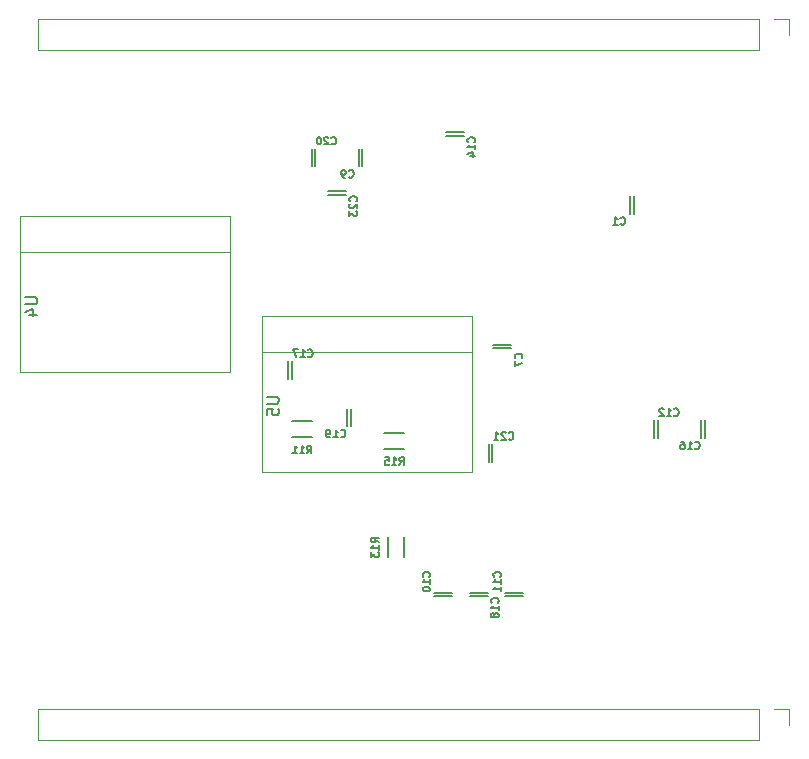
<source format=gbr>
%TF.GenerationSoftware,KiCad,Pcbnew,8.0.2*%
%TF.CreationDate,2024-09-30T18:20:34+03:00*%
%TF.ProjectId,board,626f6172-642e-46b6-9963-61645f706362,rev?*%
%TF.SameCoordinates,Original*%
%TF.FileFunction,Legend,Bot*%
%TF.FilePolarity,Positive*%
%FSLAX46Y46*%
G04 Gerber Fmt 4.6, Leading zero omitted, Abs format (unit mm)*
G04 Created by KiCad (PCBNEW 8.0.2) date 2024-09-30 18:20:34*
%MOMM*%
%LPD*%
G01*
G04 APERTURE LIST*
%ADD10C,0.150000*%
%ADD11C,0.120000*%
%ADD12C,0.100000*%
G04 APERTURE END LIST*
D10*
X155630997Y-101692142D02*
X155661950Y-101661190D01*
X155661950Y-101661190D02*
X155692902Y-101568332D01*
X155692902Y-101568332D02*
X155692902Y-101506428D01*
X155692902Y-101506428D02*
X155661950Y-101413571D01*
X155661950Y-101413571D02*
X155600045Y-101351666D01*
X155600045Y-101351666D02*
X155538140Y-101320713D01*
X155538140Y-101320713D02*
X155414330Y-101289761D01*
X155414330Y-101289761D02*
X155321473Y-101289761D01*
X155321473Y-101289761D02*
X155197664Y-101320713D01*
X155197664Y-101320713D02*
X155135759Y-101351666D01*
X155135759Y-101351666D02*
X155073854Y-101413571D01*
X155073854Y-101413571D02*
X155042902Y-101506428D01*
X155042902Y-101506428D02*
X155042902Y-101568332D01*
X155042902Y-101568332D02*
X155073854Y-101661190D01*
X155073854Y-101661190D02*
X155104807Y-101692142D01*
X155692902Y-102311190D02*
X155692902Y-101939761D01*
X155692902Y-102125475D02*
X155042902Y-102125475D01*
X155042902Y-102125475D02*
X155135759Y-102063571D01*
X155135759Y-102063571D02*
X155197664Y-102001666D01*
X155197664Y-102001666D02*
X155228616Y-101939761D01*
X155321473Y-102682619D02*
X155290521Y-102620714D01*
X155290521Y-102620714D02*
X155259569Y-102589761D01*
X155259569Y-102589761D02*
X155197664Y-102558809D01*
X155197664Y-102558809D02*
X155166711Y-102558809D01*
X155166711Y-102558809D02*
X155104807Y-102589761D01*
X155104807Y-102589761D02*
X155073854Y-102620714D01*
X155073854Y-102620714D02*
X155042902Y-102682619D01*
X155042902Y-102682619D02*
X155042902Y-102806428D01*
X155042902Y-102806428D02*
X155073854Y-102868333D01*
X155073854Y-102868333D02*
X155104807Y-102899285D01*
X155104807Y-102899285D02*
X155166711Y-102930238D01*
X155166711Y-102930238D02*
X155197664Y-102930238D01*
X155197664Y-102930238D02*
X155259569Y-102899285D01*
X155259569Y-102899285D02*
X155290521Y-102868333D01*
X155290521Y-102868333D02*
X155321473Y-102806428D01*
X155321473Y-102806428D02*
X155321473Y-102682619D01*
X155321473Y-102682619D02*
X155352426Y-102620714D01*
X155352426Y-102620714D02*
X155383378Y-102589761D01*
X155383378Y-102589761D02*
X155445283Y-102558809D01*
X155445283Y-102558809D02*
X155569092Y-102558809D01*
X155569092Y-102558809D02*
X155630997Y-102589761D01*
X155630997Y-102589761D02*
X155661950Y-102620714D01*
X155661950Y-102620714D02*
X155692902Y-102682619D01*
X155692902Y-102682619D02*
X155692902Y-102806428D01*
X155692902Y-102806428D02*
X155661950Y-102868333D01*
X155661950Y-102868333D02*
X155630997Y-102899285D01*
X155630997Y-102899285D02*
X155569092Y-102930238D01*
X155569092Y-102930238D02*
X155445283Y-102930238D01*
X155445283Y-102930238D02*
X155383378Y-102899285D01*
X155383378Y-102899285D02*
X155352426Y-102868333D01*
X155352426Y-102868333D02*
X155321473Y-102806428D01*
X139527857Y-80830997D02*
X139558809Y-80861950D01*
X139558809Y-80861950D02*
X139651667Y-80892902D01*
X139651667Y-80892902D02*
X139713571Y-80892902D01*
X139713571Y-80892902D02*
X139806428Y-80861950D01*
X139806428Y-80861950D02*
X139868333Y-80800045D01*
X139868333Y-80800045D02*
X139899286Y-80738140D01*
X139899286Y-80738140D02*
X139930238Y-80614330D01*
X139930238Y-80614330D02*
X139930238Y-80521473D01*
X139930238Y-80521473D02*
X139899286Y-80397664D01*
X139899286Y-80397664D02*
X139868333Y-80335759D01*
X139868333Y-80335759D02*
X139806428Y-80273854D01*
X139806428Y-80273854D02*
X139713571Y-80242902D01*
X139713571Y-80242902D02*
X139651667Y-80242902D01*
X139651667Y-80242902D02*
X139558809Y-80273854D01*
X139558809Y-80273854D02*
X139527857Y-80304807D01*
X138908809Y-80892902D02*
X139280238Y-80892902D01*
X139094524Y-80892902D02*
X139094524Y-80242902D01*
X139094524Y-80242902D02*
X139156428Y-80335759D01*
X139156428Y-80335759D02*
X139218333Y-80397664D01*
X139218333Y-80397664D02*
X139280238Y-80428616D01*
X138692142Y-80242902D02*
X138258809Y-80242902D01*
X138258809Y-80242902D02*
X138537380Y-80892902D01*
X142998333Y-65630997D02*
X143029285Y-65661950D01*
X143029285Y-65661950D02*
X143122143Y-65692902D01*
X143122143Y-65692902D02*
X143184047Y-65692902D01*
X143184047Y-65692902D02*
X143276904Y-65661950D01*
X143276904Y-65661950D02*
X143338809Y-65600045D01*
X143338809Y-65600045D02*
X143369762Y-65538140D01*
X143369762Y-65538140D02*
X143400714Y-65414330D01*
X143400714Y-65414330D02*
X143400714Y-65321473D01*
X143400714Y-65321473D02*
X143369762Y-65197664D01*
X143369762Y-65197664D02*
X143338809Y-65135759D01*
X143338809Y-65135759D02*
X143276904Y-65073854D01*
X143276904Y-65073854D02*
X143184047Y-65042902D01*
X143184047Y-65042902D02*
X143122143Y-65042902D01*
X143122143Y-65042902D02*
X143029285Y-65073854D01*
X143029285Y-65073854D02*
X142998333Y-65104807D01*
X142688809Y-65692902D02*
X142565000Y-65692902D01*
X142565000Y-65692902D02*
X142503095Y-65661950D01*
X142503095Y-65661950D02*
X142472143Y-65630997D01*
X142472143Y-65630997D02*
X142410238Y-65538140D01*
X142410238Y-65538140D02*
X142379285Y-65414330D01*
X142379285Y-65414330D02*
X142379285Y-65166711D01*
X142379285Y-65166711D02*
X142410238Y-65104807D01*
X142410238Y-65104807D02*
X142441190Y-65073854D01*
X142441190Y-65073854D02*
X142503095Y-65042902D01*
X142503095Y-65042902D02*
X142626904Y-65042902D01*
X142626904Y-65042902D02*
X142688809Y-65073854D01*
X142688809Y-65073854D02*
X142719762Y-65104807D01*
X142719762Y-65104807D02*
X142750714Y-65166711D01*
X142750714Y-65166711D02*
X142750714Y-65321473D01*
X142750714Y-65321473D02*
X142719762Y-65383378D01*
X142719762Y-65383378D02*
X142688809Y-65414330D01*
X142688809Y-65414330D02*
X142626904Y-65445283D01*
X142626904Y-65445283D02*
X142503095Y-65445283D01*
X142503095Y-65445283D02*
X142441190Y-65414330D01*
X142441190Y-65414330D02*
X142410238Y-65383378D01*
X142410238Y-65383378D02*
X142379285Y-65321473D01*
X153630997Y-62692142D02*
X153661950Y-62661190D01*
X153661950Y-62661190D02*
X153692902Y-62568332D01*
X153692902Y-62568332D02*
X153692902Y-62506428D01*
X153692902Y-62506428D02*
X153661950Y-62413571D01*
X153661950Y-62413571D02*
X153600045Y-62351666D01*
X153600045Y-62351666D02*
X153538140Y-62320713D01*
X153538140Y-62320713D02*
X153414330Y-62289761D01*
X153414330Y-62289761D02*
X153321473Y-62289761D01*
X153321473Y-62289761D02*
X153197664Y-62320713D01*
X153197664Y-62320713D02*
X153135759Y-62351666D01*
X153135759Y-62351666D02*
X153073854Y-62413571D01*
X153073854Y-62413571D02*
X153042902Y-62506428D01*
X153042902Y-62506428D02*
X153042902Y-62568332D01*
X153042902Y-62568332D02*
X153073854Y-62661190D01*
X153073854Y-62661190D02*
X153104807Y-62692142D01*
X153692902Y-63311190D02*
X153692902Y-62939761D01*
X153692902Y-63125475D02*
X153042902Y-63125475D01*
X153042902Y-63125475D02*
X153135759Y-63063571D01*
X153135759Y-63063571D02*
X153197664Y-63001666D01*
X153197664Y-63001666D02*
X153228616Y-62939761D01*
X153259569Y-63868333D02*
X153692902Y-63868333D01*
X153011950Y-63713571D02*
X153476235Y-63558809D01*
X153476235Y-63558809D02*
X153476235Y-63961190D01*
X157630997Y-81001666D02*
X157661950Y-80970714D01*
X157661950Y-80970714D02*
X157692902Y-80877856D01*
X157692902Y-80877856D02*
X157692902Y-80815952D01*
X157692902Y-80815952D02*
X157661950Y-80723095D01*
X157661950Y-80723095D02*
X157600045Y-80661190D01*
X157600045Y-80661190D02*
X157538140Y-80630237D01*
X157538140Y-80630237D02*
X157414330Y-80599285D01*
X157414330Y-80599285D02*
X157321473Y-80599285D01*
X157321473Y-80599285D02*
X157197664Y-80630237D01*
X157197664Y-80630237D02*
X157135759Y-80661190D01*
X157135759Y-80661190D02*
X157073854Y-80723095D01*
X157073854Y-80723095D02*
X157042902Y-80815952D01*
X157042902Y-80815952D02*
X157042902Y-80877856D01*
X157042902Y-80877856D02*
X157073854Y-80970714D01*
X157073854Y-80970714D02*
X157104807Y-81001666D01*
X157042902Y-81218333D02*
X157042902Y-81651666D01*
X157042902Y-81651666D02*
X157692902Y-81373095D01*
X155830997Y-99472142D02*
X155861950Y-99441190D01*
X155861950Y-99441190D02*
X155892902Y-99348332D01*
X155892902Y-99348332D02*
X155892902Y-99286428D01*
X155892902Y-99286428D02*
X155861950Y-99193571D01*
X155861950Y-99193571D02*
X155800045Y-99131666D01*
X155800045Y-99131666D02*
X155738140Y-99100713D01*
X155738140Y-99100713D02*
X155614330Y-99069761D01*
X155614330Y-99069761D02*
X155521473Y-99069761D01*
X155521473Y-99069761D02*
X155397664Y-99100713D01*
X155397664Y-99100713D02*
X155335759Y-99131666D01*
X155335759Y-99131666D02*
X155273854Y-99193571D01*
X155273854Y-99193571D02*
X155242902Y-99286428D01*
X155242902Y-99286428D02*
X155242902Y-99348332D01*
X155242902Y-99348332D02*
X155273854Y-99441190D01*
X155273854Y-99441190D02*
X155304807Y-99472142D01*
X155892902Y-100091190D02*
X155892902Y-99719761D01*
X155892902Y-99905475D02*
X155242902Y-99905475D01*
X155242902Y-99905475D02*
X155335759Y-99843571D01*
X155335759Y-99843571D02*
X155397664Y-99781666D01*
X155397664Y-99781666D02*
X155428616Y-99719761D01*
X155892902Y-100710238D02*
X155892902Y-100338809D01*
X155892902Y-100524523D02*
X155242902Y-100524523D01*
X155242902Y-100524523D02*
X155335759Y-100462619D01*
X155335759Y-100462619D02*
X155397664Y-100400714D01*
X155397664Y-100400714D02*
X155428616Y-100338809D01*
X156527857Y-87830997D02*
X156558809Y-87861950D01*
X156558809Y-87861950D02*
X156651667Y-87892902D01*
X156651667Y-87892902D02*
X156713571Y-87892902D01*
X156713571Y-87892902D02*
X156806428Y-87861950D01*
X156806428Y-87861950D02*
X156868333Y-87800045D01*
X156868333Y-87800045D02*
X156899286Y-87738140D01*
X156899286Y-87738140D02*
X156930238Y-87614330D01*
X156930238Y-87614330D02*
X156930238Y-87521473D01*
X156930238Y-87521473D02*
X156899286Y-87397664D01*
X156899286Y-87397664D02*
X156868333Y-87335759D01*
X156868333Y-87335759D02*
X156806428Y-87273854D01*
X156806428Y-87273854D02*
X156713571Y-87242902D01*
X156713571Y-87242902D02*
X156651667Y-87242902D01*
X156651667Y-87242902D02*
X156558809Y-87273854D01*
X156558809Y-87273854D02*
X156527857Y-87304807D01*
X156280238Y-87304807D02*
X156249286Y-87273854D01*
X156249286Y-87273854D02*
X156187381Y-87242902D01*
X156187381Y-87242902D02*
X156032619Y-87242902D01*
X156032619Y-87242902D02*
X155970714Y-87273854D01*
X155970714Y-87273854D02*
X155939762Y-87304807D01*
X155939762Y-87304807D02*
X155908809Y-87366711D01*
X155908809Y-87366711D02*
X155908809Y-87428616D01*
X155908809Y-87428616D02*
X155939762Y-87521473D01*
X155939762Y-87521473D02*
X156311190Y-87892902D01*
X156311190Y-87892902D02*
X155908809Y-87892902D01*
X155289761Y-87892902D02*
X155661190Y-87892902D01*
X155475476Y-87892902D02*
X155475476Y-87242902D01*
X155475476Y-87242902D02*
X155537380Y-87335759D01*
X155537380Y-87335759D02*
X155599285Y-87397664D01*
X155599285Y-87397664D02*
X155661190Y-87428616D01*
X165998333Y-69630997D02*
X166029285Y-69661950D01*
X166029285Y-69661950D02*
X166122143Y-69692902D01*
X166122143Y-69692902D02*
X166184047Y-69692902D01*
X166184047Y-69692902D02*
X166276904Y-69661950D01*
X166276904Y-69661950D02*
X166338809Y-69600045D01*
X166338809Y-69600045D02*
X166369762Y-69538140D01*
X166369762Y-69538140D02*
X166400714Y-69414330D01*
X166400714Y-69414330D02*
X166400714Y-69321473D01*
X166400714Y-69321473D02*
X166369762Y-69197664D01*
X166369762Y-69197664D02*
X166338809Y-69135759D01*
X166338809Y-69135759D02*
X166276904Y-69073854D01*
X166276904Y-69073854D02*
X166184047Y-69042902D01*
X166184047Y-69042902D02*
X166122143Y-69042902D01*
X166122143Y-69042902D02*
X166029285Y-69073854D01*
X166029285Y-69073854D02*
X165998333Y-69104807D01*
X165379285Y-69692902D02*
X165750714Y-69692902D01*
X165565000Y-69692902D02*
X165565000Y-69042902D01*
X165565000Y-69042902D02*
X165626904Y-69135759D01*
X165626904Y-69135759D02*
X165688809Y-69197664D01*
X165688809Y-69197664D02*
X165750714Y-69228616D01*
X139457857Y-89032902D02*
X139674524Y-88723378D01*
X139829286Y-89032902D02*
X139829286Y-88382902D01*
X139829286Y-88382902D02*
X139581667Y-88382902D01*
X139581667Y-88382902D02*
X139519762Y-88413854D01*
X139519762Y-88413854D02*
X139488809Y-88444807D01*
X139488809Y-88444807D02*
X139457857Y-88506711D01*
X139457857Y-88506711D02*
X139457857Y-88599569D01*
X139457857Y-88599569D02*
X139488809Y-88661473D01*
X139488809Y-88661473D02*
X139519762Y-88692426D01*
X139519762Y-88692426D02*
X139581667Y-88723378D01*
X139581667Y-88723378D02*
X139829286Y-88723378D01*
X138838809Y-89032902D02*
X139210238Y-89032902D01*
X139024524Y-89032902D02*
X139024524Y-88382902D01*
X139024524Y-88382902D02*
X139086428Y-88475759D01*
X139086428Y-88475759D02*
X139148333Y-88537664D01*
X139148333Y-88537664D02*
X139210238Y-88568616D01*
X138219761Y-89032902D02*
X138591190Y-89032902D01*
X138405476Y-89032902D02*
X138405476Y-88382902D01*
X138405476Y-88382902D02*
X138467380Y-88475759D01*
X138467380Y-88475759D02*
X138529285Y-88537664D01*
X138529285Y-88537664D02*
X138591190Y-88568616D01*
X136080819Y-84254095D02*
X136890342Y-84254095D01*
X136890342Y-84254095D02*
X136985580Y-84301714D01*
X136985580Y-84301714D02*
X137033200Y-84349333D01*
X137033200Y-84349333D02*
X137080819Y-84444571D01*
X137080819Y-84444571D02*
X137080819Y-84635047D01*
X137080819Y-84635047D02*
X137033200Y-84730285D01*
X137033200Y-84730285D02*
X136985580Y-84777904D01*
X136985580Y-84777904D02*
X136890342Y-84825523D01*
X136890342Y-84825523D02*
X136080819Y-84825523D01*
X136080819Y-85777904D02*
X136080819Y-85301714D01*
X136080819Y-85301714D02*
X136557009Y-85254095D01*
X136557009Y-85254095D02*
X136509390Y-85301714D01*
X136509390Y-85301714D02*
X136461771Y-85396952D01*
X136461771Y-85396952D02*
X136461771Y-85635047D01*
X136461771Y-85635047D02*
X136509390Y-85730285D01*
X136509390Y-85730285D02*
X136557009Y-85777904D01*
X136557009Y-85777904D02*
X136652247Y-85825523D01*
X136652247Y-85825523D02*
X136890342Y-85825523D01*
X136890342Y-85825523D02*
X136985580Y-85777904D01*
X136985580Y-85777904D02*
X137033200Y-85730285D01*
X137033200Y-85730285D02*
X137080819Y-85635047D01*
X137080819Y-85635047D02*
X137080819Y-85396952D01*
X137080819Y-85396952D02*
X137033200Y-85301714D01*
X137033200Y-85301714D02*
X136985580Y-85254095D01*
X147272857Y-90032902D02*
X147489524Y-89723378D01*
X147644286Y-90032902D02*
X147644286Y-89382902D01*
X147644286Y-89382902D02*
X147396667Y-89382902D01*
X147396667Y-89382902D02*
X147334762Y-89413854D01*
X147334762Y-89413854D02*
X147303809Y-89444807D01*
X147303809Y-89444807D02*
X147272857Y-89506711D01*
X147272857Y-89506711D02*
X147272857Y-89599569D01*
X147272857Y-89599569D02*
X147303809Y-89661473D01*
X147303809Y-89661473D02*
X147334762Y-89692426D01*
X147334762Y-89692426D02*
X147396667Y-89723378D01*
X147396667Y-89723378D02*
X147644286Y-89723378D01*
X146653809Y-90032902D02*
X147025238Y-90032902D01*
X146839524Y-90032902D02*
X146839524Y-89382902D01*
X146839524Y-89382902D02*
X146901428Y-89475759D01*
X146901428Y-89475759D02*
X146963333Y-89537664D01*
X146963333Y-89537664D02*
X147025238Y-89568616D01*
X146065714Y-89382902D02*
X146375238Y-89382902D01*
X146375238Y-89382902D02*
X146406190Y-89692426D01*
X146406190Y-89692426D02*
X146375238Y-89661473D01*
X146375238Y-89661473D02*
X146313333Y-89630521D01*
X146313333Y-89630521D02*
X146158571Y-89630521D01*
X146158571Y-89630521D02*
X146096666Y-89661473D01*
X146096666Y-89661473D02*
X146065714Y-89692426D01*
X146065714Y-89692426D02*
X146034761Y-89754330D01*
X146034761Y-89754330D02*
X146034761Y-89909092D01*
X146034761Y-89909092D02*
X146065714Y-89970997D01*
X146065714Y-89970997D02*
X146096666Y-90001950D01*
X146096666Y-90001950D02*
X146158571Y-90032902D01*
X146158571Y-90032902D02*
X146313333Y-90032902D01*
X146313333Y-90032902D02*
X146375238Y-90001950D01*
X146375238Y-90001950D02*
X146406190Y-89970997D01*
X172307857Y-88630997D02*
X172338809Y-88661950D01*
X172338809Y-88661950D02*
X172431667Y-88692902D01*
X172431667Y-88692902D02*
X172493571Y-88692902D01*
X172493571Y-88692902D02*
X172586428Y-88661950D01*
X172586428Y-88661950D02*
X172648333Y-88600045D01*
X172648333Y-88600045D02*
X172679286Y-88538140D01*
X172679286Y-88538140D02*
X172710238Y-88414330D01*
X172710238Y-88414330D02*
X172710238Y-88321473D01*
X172710238Y-88321473D02*
X172679286Y-88197664D01*
X172679286Y-88197664D02*
X172648333Y-88135759D01*
X172648333Y-88135759D02*
X172586428Y-88073854D01*
X172586428Y-88073854D02*
X172493571Y-88042902D01*
X172493571Y-88042902D02*
X172431667Y-88042902D01*
X172431667Y-88042902D02*
X172338809Y-88073854D01*
X172338809Y-88073854D02*
X172307857Y-88104807D01*
X171688809Y-88692902D02*
X172060238Y-88692902D01*
X171874524Y-88692902D02*
X171874524Y-88042902D01*
X171874524Y-88042902D02*
X171936428Y-88135759D01*
X171936428Y-88135759D02*
X171998333Y-88197664D01*
X171998333Y-88197664D02*
X172060238Y-88228616D01*
X171131666Y-88042902D02*
X171255476Y-88042902D01*
X171255476Y-88042902D02*
X171317380Y-88073854D01*
X171317380Y-88073854D02*
X171348333Y-88104807D01*
X171348333Y-88104807D02*
X171410238Y-88197664D01*
X171410238Y-88197664D02*
X171441190Y-88321473D01*
X171441190Y-88321473D02*
X171441190Y-88569092D01*
X171441190Y-88569092D02*
X171410238Y-88630997D01*
X171410238Y-88630997D02*
X171379285Y-88661950D01*
X171379285Y-88661950D02*
X171317380Y-88692902D01*
X171317380Y-88692902D02*
X171193571Y-88692902D01*
X171193571Y-88692902D02*
X171131666Y-88661950D01*
X171131666Y-88661950D02*
X171100714Y-88630997D01*
X171100714Y-88630997D02*
X171069761Y-88569092D01*
X171069761Y-88569092D02*
X171069761Y-88414330D01*
X171069761Y-88414330D02*
X171100714Y-88352426D01*
X171100714Y-88352426D02*
X171131666Y-88321473D01*
X171131666Y-88321473D02*
X171193571Y-88290521D01*
X171193571Y-88290521D02*
X171317380Y-88290521D01*
X171317380Y-88290521D02*
X171379285Y-88321473D01*
X171379285Y-88321473D02*
X171410238Y-88352426D01*
X171410238Y-88352426D02*
X171441190Y-88414330D01*
X170527857Y-85830997D02*
X170558809Y-85861950D01*
X170558809Y-85861950D02*
X170651667Y-85892902D01*
X170651667Y-85892902D02*
X170713571Y-85892902D01*
X170713571Y-85892902D02*
X170806428Y-85861950D01*
X170806428Y-85861950D02*
X170868333Y-85800045D01*
X170868333Y-85800045D02*
X170899286Y-85738140D01*
X170899286Y-85738140D02*
X170930238Y-85614330D01*
X170930238Y-85614330D02*
X170930238Y-85521473D01*
X170930238Y-85521473D02*
X170899286Y-85397664D01*
X170899286Y-85397664D02*
X170868333Y-85335759D01*
X170868333Y-85335759D02*
X170806428Y-85273854D01*
X170806428Y-85273854D02*
X170713571Y-85242902D01*
X170713571Y-85242902D02*
X170651667Y-85242902D01*
X170651667Y-85242902D02*
X170558809Y-85273854D01*
X170558809Y-85273854D02*
X170527857Y-85304807D01*
X169908809Y-85892902D02*
X170280238Y-85892902D01*
X170094524Y-85892902D02*
X170094524Y-85242902D01*
X170094524Y-85242902D02*
X170156428Y-85335759D01*
X170156428Y-85335759D02*
X170218333Y-85397664D01*
X170218333Y-85397664D02*
X170280238Y-85428616D01*
X169661190Y-85304807D02*
X169630238Y-85273854D01*
X169630238Y-85273854D02*
X169568333Y-85242902D01*
X169568333Y-85242902D02*
X169413571Y-85242902D01*
X169413571Y-85242902D02*
X169351666Y-85273854D01*
X169351666Y-85273854D02*
X169320714Y-85304807D01*
X169320714Y-85304807D02*
X169289761Y-85366711D01*
X169289761Y-85366711D02*
X169289761Y-85428616D01*
X169289761Y-85428616D02*
X169320714Y-85521473D01*
X169320714Y-85521473D02*
X169692142Y-85892902D01*
X169692142Y-85892902D02*
X169289761Y-85892902D01*
X143630997Y-67692142D02*
X143661950Y-67661190D01*
X143661950Y-67661190D02*
X143692902Y-67568332D01*
X143692902Y-67568332D02*
X143692902Y-67506428D01*
X143692902Y-67506428D02*
X143661950Y-67413571D01*
X143661950Y-67413571D02*
X143600045Y-67351666D01*
X143600045Y-67351666D02*
X143538140Y-67320713D01*
X143538140Y-67320713D02*
X143414330Y-67289761D01*
X143414330Y-67289761D02*
X143321473Y-67289761D01*
X143321473Y-67289761D02*
X143197664Y-67320713D01*
X143197664Y-67320713D02*
X143135759Y-67351666D01*
X143135759Y-67351666D02*
X143073854Y-67413571D01*
X143073854Y-67413571D02*
X143042902Y-67506428D01*
X143042902Y-67506428D02*
X143042902Y-67568332D01*
X143042902Y-67568332D02*
X143073854Y-67661190D01*
X143073854Y-67661190D02*
X143104807Y-67692142D01*
X143104807Y-67939761D02*
X143073854Y-67970713D01*
X143073854Y-67970713D02*
X143042902Y-68032618D01*
X143042902Y-68032618D02*
X143042902Y-68187380D01*
X143042902Y-68187380D02*
X143073854Y-68249285D01*
X143073854Y-68249285D02*
X143104807Y-68280237D01*
X143104807Y-68280237D02*
X143166711Y-68311190D01*
X143166711Y-68311190D02*
X143228616Y-68311190D01*
X143228616Y-68311190D02*
X143321473Y-68280237D01*
X143321473Y-68280237D02*
X143692902Y-67908809D01*
X143692902Y-67908809D02*
X143692902Y-68311190D01*
X143042902Y-68527857D02*
X143042902Y-68930238D01*
X143042902Y-68930238D02*
X143290521Y-68713571D01*
X143290521Y-68713571D02*
X143290521Y-68806428D01*
X143290521Y-68806428D02*
X143321473Y-68868333D01*
X143321473Y-68868333D02*
X143352426Y-68899285D01*
X143352426Y-68899285D02*
X143414330Y-68930238D01*
X143414330Y-68930238D02*
X143569092Y-68930238D01*
X143569092Y-68930238D02*
X143630997Y-68899285D01*
X143630997Y-68899285D02*
X143661950Y-68868333D01*
X143661950Y-68868333D02*
X143692902Y-68806428D01*
X143692902Y-68806428D02*
X143692902Y-68620714D01*
X143692902Y-68620714D02*
X143661950Y-68558809D01*
X143661950Y-68558809D02*
X143630997Y-68527857D01*
X141527857Y-62830997D02*
X141558809Y-62861950D01*
X141558809Y-62861950D02*
X141651667Y-62892902D01*
X141651667Y-62892902D02*
X141713571Y-62892902D01*
X141713571Y-62892902D02*
X141806428Y-62861950D01*
X141806428Y-62861950D02*
X141868333Y-62800045D01*
X141868333Y-62800045D02*
X141899286Y-62738140D01*
X141899286Y-62738140D02*
X141930238Y-62614330D01*
X141930238Y-62614330D02*
X141930238Y-62521473D01*
X141930238Y-62521473D02*
X141899286Y-62397664D01*
X141899286Y-62397664D02*
X141868333Y-62335759D01*
X141868333Y-62335759D02*
X141806428Y-62273854D01*
X141806428Y-62273854D02*
X141713571Y-62242902D01*
X141713571Y-62242902D02*
X141651667Y-62242902D01*
X141651667Y-62242902D02*
X141558809Y-62273854D01*
X141558809Y-62273854D02*
X141527857Y-62304807D01*
X141280238Y-62304807D02*
X141249286Y-62273854D01*
X141249286Y-62273854D02*
X141187381Y-62242902D01*
X141187381Y-62242902D02*
X141032619Y-62242902D01*
X141032619Y-62242902D02*
X140970714Y-62273854D01*
X140970714Y-62273854D02*
X140939762Y-62304807D01*
X140939762Y-62304807D02*
X140908809Y-62366711D01*
X140908809Y-62366711D02*
X140908809Y-62428616D01*
X140908809Y-62428616D02*
X140939762Y-62521473D01*
X140939762Y-62521473D02*
X141311190Y-62892902D01*
X141311190Y-62892902D02*
X140908809Y-62892902D01*
X140506428Y-62242902D02*
X140444523Y-62242902D01*
X140444523Y-62242902D02*
X140382619Y-62273854D01*
X140382619Y-62273854D02*
X140351666Y-62304807D01*
X140351666Y-62304807D02*
X140320714Y-62366711D01*
X140320714Y-62366711D02*
X140289761Y-62490521D01*
X140289761Y-62490521D02*
X140289761Y-62645283D01*
X140289761Y-62645283D02*
X140320714Y-62769092D01*
X140320714Y-62769092D02*
X140351666Y-62830997D01*
X140351666Y-62830997D02*
X140382619Y-62861950D01*
X140382619Y-62861950D02*
X140444523Y-62892902D01*
X140444523Y-62892902D02*
X140506428Y-62892902D01*
X140506428Y-62892902D02*
X140568333Y-62861950D01*
X140568333Y-62861950D02*
X140599285Y-62830997D01*
X140599285Y-62830997D02*
X140630238Y-62769092D01*
X140630238Y-62769092D02*
X140661190Y-62645283D01*
X140661190Y-62645283D02*
X140661190Y-62490521D01*
X140661190Y-62490521D02*
X140630238Y-62366711D01*
X140630238Y-62366711D02*
X140599285Y-62304807D01*
X140599285Y-62304807D02*
X140568333Y-62273854D01*
X140568333Y-62273854D02*
X140506428Y-62242902D01*
X149830997Y-99472142D02*
X149861950Y-99441190D01*
X149861950Y-99441190D02*
X149892902Y-99348332D01*
X149892902Y-99348332D02*
X149892902Y-99286428D01*
X149892902Y-99286428D02*
X149861950Y-99193571D01*
X149861950Y-99193571D02*
X149800045Y-99131666D01*
X149800045Y-99131666D02*
X149738140Y-99100713D01*
X149738140Y-99100713D02*
X149614330Y-99069761D01*
X149614330Y-99069761D02*
X149521473Y-99069761D01*
X149521473Y-99069761D02*
X149397664Y-99100713D01*
X149397664Y-99100713D02*
X149335759Y-99131666D01*
X149335759Y-99131666D02*
X149273854Y-99193571D01*
X149273854Y-99193571D02*
X149242902Y-99286428D01*
X149242902Y-99286428D02*
X149242902Y-99348332D01*
X149242902Y-99348332D02*
X149273854Y-99441190D01*
X149273854Y-99441190D02*
X149304807Y-99472142D01*
X149892902Y-100091190D02*
X149892902Y-99719761D01*
X149892902Y-99905475D02*
X149242902Y-99905475D01*
X149242902Y-99905475D02*
X149335759Y-99843571D01*
X149335759Y-99843571D02*
X149397664Y-99781666D01*
X149397664Y-99781666D02*
X149428616Y-99719761D01*
X149242902Y-100493571D02*
X149242902Y-100555476D01*
X149242902Y-100555476D02*
X149273854Y-100617380D01*
X149273854Y-100617380D02*
X149304807Y-100648333D01*
X149304807Y-100648333D02*
X149366711Y-100679285D01*
X149366711Y-100679285D02*
X149490521Y-100710238D01*
X149490521Y-100710238D02*
X149645283Y-100710238D01*
X149645283Y-100710238D02*
X149769092Y-100679285D01*
X149769092Y-100679285D02*
X149830997Y-100648333D01*
X149830997Y-100648333D02*
X149861950Y-100617380D01*
X149861950Y-100617380D02*
X149892902Y-100555476D01*
X149892902Y-100555476D02*
X149892902Y-100493571D01*
X149892902Y-100493571D02*
X149861950Y-100431666D01*
X149861950Y-100431666D02*
X149830997Y-100400714D01*
X149830997Y-100400714D02*
X149769092Y-100369761D01*
X149769092Y-100369761D02*
X149645283Y-100338809D01*
X149645283Y-100338809D02*
X149490521Y-100338809D01*
X149490521Y-100338809D02*
X149366711Y-100369761D01*
X149366711Y-100369761D02*
X149304807Y-100400714D01*
X149304807Y-100400714D02*
X149273854Y-100431666D01*
X149273854Y-100431666D02*
X149242902Y-100493571D01*
X145552902Y-96582142D02*
X145243378Y-96365475D01*
X145552902Y-96210713D02*
X144902902Y-96210713D01*
X144902902Y-96210713D02*
X144902902Y-96458332D01*
X144902902Y-96458332D02*
X144933854Y-96520237D01*
X144933854Y-96520237D02*
X144964807Y-96551190D01*
X144964807Y-96551190D02*
X145026711Y-96582142D01*
X145026711Y-96582142D02*
X145119569Y-96582142D01*
X145119569Y-96582142D02*
X145181473Y-96551190D01*
X145181473Y-96551190D02*
X145212426Y-96520237D01*
X145212426Y-96520237D02*
X145243378Y-96458332D01*
X145243378Y-96458332D02*
X145243378Y-96210713D01*
X145552902Y-97201190D02*
X145552902Y-96829761D01*
X145552902Y-97015475D02*
X144902902Y-97015475D01*
X144902902Y-97015475D02*
X144995759Y-96953571D01*
X144995759Y-96953571D02*
X145057664Y-96891666D01*
X145057664Y-96891666D02*
X145088616Y-96829761D01*
X144902902Y-97417857D02*
X144902902Y-97820238D01*
X144902902Y-97820238D02*
X145150521Y-97603571D01*
X145150521Y-97603571D02*
X145150521Y-97696428D01*
X145150521Y-97696428D02*
X145181473Y-97758333D01*
X145181473Y-97758333D02*
X145212426Y-97789285D01*
X145212426Y-97789285D02*
X145274330Y-97820238D01*
X145274330Y-97820238D02*
X145429092Y-97820238D01*
X145429092Y-97820238D02*
X145490997Y-97789285D01*
X145490997Y-97789285D02*
X145521950Y-97758333D01*
X145521950Y-97758333D02*
X145552902Y-97696428D01*
X145552902Y-97696428D02*
X145552902Y-97510714D01*
X145552902Y-97510714D02*
X145521950Y-97448809D01*
X145521950Y-97448809D02*
X145490997Y-97417857D01*
X142307857Y-87630997D02*
X142338809Y-87661950D01*
X142338809Y-87661950D02*
X142431667Y-87692902D01*
X142431667Y-87692902D02*
X142493571Y-87692902D01*
X142493571Y-87692902D02*
X142586428Y-87661950D01*
X142586428Y-87661950D02*
X142648333Y-87600045D01*
X142648333Y-87600045D02*
X142679286Y-87538140D01*
X142679286Y-87538140D02*
X142710238Y-87414330D01*
X142710238Y-87414330D02*
X142710238Y-87321473D01*
X142710238Y-87321473D02*
X142679286Y-87197664D01*
X142679286Y-87197664D02*
X142648333Y-87135759D01*
X142648333Y-87135759D02*
X142586428Y-87073854D01*
X142586428Y-87073854D02*
X142493571Y-87042902D01*
X142493571Y-87042902D02*
X142431667Y-87042902D01*
X142431667Y-87042902D02*
X142338809Y-87073854D01*
X142338809Y-87073854D02*
X142307857Y-87104807D01*
X141688809Y-87692902D02*
X142060238Y-87692902D01*
X141874524Y-87692902D02*
X141874524Y-87042902D01*
X141874524Y-87042902D02*
X141936428Y-87135759D01*
X141936428Y-87135759D02*
X141998333Y-87197664D01*
X141998333Y-87197664D02*
X142060238Y-87228616D01*
X141379285Y-87692902D02*
X141255476Y-87692902D01*
X141255476Y-87692902D02*
X141193571Y-87661950D01*
X141193571Y-87661950D02*
X141162619Y-87630997D01*
X141162619Y-87630997D02*
X141100714Y-87538140D01*
X141100714Y-87538140D02*
X141069761Y-87414330D01*
X141069761Y-87414330D02*
X141069761Y-87166711D01*
X141069761Y-87166711D02*
X141100714Y-87104807D01*
X141100714Y-87104807D02*
X141131666Y-87073854D01*
X141131666Y-87073854D02*
X141193571Y-87042902D01*
X141193571Y-87042902D02*
X141317380Y-87042902D01*
X141317380Y-87042902D02*
X141379285Y-87073854D01*
X141379285Y-87073854D02*
X141410238Y-87104807D01*
X141410238Y-87104807D02*
X141441190Y-87166711D01*
X141441190Y-87166711D02*
X141441190Y-87321473D01*
X141441190Y-87321473D02*
X141410238Y-87383378D01*
X141410238Y-87383378D02*
X141379285Y-87414330D01*
X141379285Y-87414330D02*
X141317380Y-87445283D01*
X141317380Y-87445283D02*
X141193571Y-87445283D01*
X141193571Y-87445283D02*
X141131666Y-87414330D01*
X141131666Y-87414330D02*
X141100714Y-87383378D01*
X141100714Y-87383378D02*
X141069761Y-87321473D01*
X115620819Y-75834095D02*
X116430342Y-75834095D01*
X116430342Y-75834095D02*
X116525580Y-75881714D01*
X116525580Y-75881714D02*
X116573200Y-75929333D01*
X116573200Y-75929333D02*
X116620819Y-76024571D01*
X116620819Y-76024571D02*
X116620819Y-76215047D01*
X116620819Y-76215047D02*
X116573200Y-76310285D01*
X116573200Y-76310285D02*
X116525580Y-76357904D01*
X116525580Y-76357904D02*
X116430342Y-76405523D01*
X116430342Y-76405523D02*
X115620819Y-76405523D01*
X115954152Y-77310285D02*
X116620819Y-77310285D01*
X115573200Y-77072190D02*
X116287485Y-76834095D01*
X116287485Y-76834095D02*
X116287485Y-77453142D01*
%TO.C,C18*%
X153250000Y-101150000D02*
X154750000Y-101150000D01*
X154750000Y-100850000D02*
X153250000Y-100850000D01*
%TO.C,C17*%
X137850000Y-81250000D02*
X137850000Y-82750000D01*
X138150000Y-82750000D02*
X138150000Y-81250000D01*
%TO.C,C9*%
X143850000Y-63250000D02*
X143850000Y-64750000D01*
X144150000Y-64750000D02*
X144150000Y-63250000D01*
%TO.C,C14*%
X151250000Y-62150000D02*
X152750000Y-62150000D01*
X152750000Y-61850000D02*
X151250000Y-61850000D01*
%TO.C,C7*%
X155250000Y-80150000D02*
X156750000Y-80150000D01*
X156750000Y-79850000D02*
X155250000Y-79850000D01*
%TO.C,C11*%
X156250000Y-101150000D02*
X157750000Y-101150000D01*
X157750000Y-100850000D02*
X156250000Y-100850000D01*
%TO.C,C21*%
X154850000Y-88250000D02*
X154850000Y-89750000D01*
X155150000Y-89750000D02*
X155150000Y-88250000D01*
D11*
%TO.C,J1*%
X116685142Y-110670000D02*
X116685142Y-113330000D01*
X116685142Y-110670000D02*
X177705142Y-110670000D01*
X116685142Y-113330000D02*
X177705142Y-113330000D01*
X177705142Y-110670000D02*
X177705142Y-113330000D01*
X178975142Y-110670000D02*
X180305142Y-110670000D01*
X180305142Y-110670000D02*
X180305142Y-112000000D01*
D10*
%TO.C,C1*%
X166850000Y-67250000D02*
X166850000Y-68750000D01*
X167150000Y-68750000D02*
X167150000Y-67250000D01*
%TO.C,R11*%
X138150000Y-86300000D02*
X139850000Y-86300000D01*
X139850000Y-87700000D02*
X138150000Y-87700000D01*
D12*
%TO.C,U5*%
X135610000Y-77396000D02*
X153390000Y-77396000D01*
X135610000Y-80444000D02*
X135610000Y-77396000D01*
X135610000Y-80444000D02*
X135610000Y-89588000D01*
X135610000Y-90604000D02*
X135610000Y-89588000D01*
X153390000Y-77396000D02*
X153390000Y-80444000D01*
X153390000Y-80444000D02*
X135610000Y-80444000D01*
X153390000Y-89588000D02*
X153390000Y-80444000D01*
X153390000Y-89588000D02*
X153390000Y-90604000D01*
X153390000Y-90604000D02*
X135610000Y-90604000D01*
D10*
%TO.C,R15*%
X145965000Y-87300000D02*
X147665000Y-87300000D01*
X147665000Y-88700000D02*
X145965000Y-88700000D01*
%TO.C,C16*%
X172850000Y-86250000D02*
X172850000Y-87750000D01*
X173150000Y-87750000D02*
X173150000Y-86250000D01*
%TO.C,C12*%
X168850000Y-86250000D02*
X168850000Y-87750000D01*
X169150000Y-87750000D02*
X169150000Y-86250000D01*
%TO.C,C23*%
X141250000Y-67150000D02*
X142750000Y-67150000D01*
X142750000Y-66850000D02*
X141250000Y-66850000D01*
%TO.C,C20*%
X139850000Y-63250000D02*
X139850000Y-64750000D01*
X140150000Y-64750000D02*
X140150000Y-63250000D01*
%TO.C,C10*%
X150250000Y-101150000D02*
X151750000Y-101150000D01*
X151750000Y-100850000D02*
X150250000Y-100850000D01*
%TO.C,R13*%
X146300000Y-97850000D02*
X146300000Y-96150000D01*
X147700000Y-96150000D02*
X147700000Y-97850000D01*
%TO.C,C19*%
X142850000Y-85250000D02*
X142850000Y-86750000D01*
X143150000Y-86750000D02*
X143150000Y-85250000D01*
D11*
%TO.C,J2*%
X116685142Y-52250000D02*
X116685142Y-54910000D01*
X116685142Y-52250000D02*
X177705142Y-52250000D01*
X116685142Y-54910000D02*
X177705142Y-54910000D01*
X177705142Y-52250000D02*
X177705142Y-54910000D01*
X178975142Y-52250000D02*
X180305142Y-52250000D01*
X180305142Y-52250000D02*
X180305142Y-53580000D01*
D12*
%TO.C,U4*%
X115150000Y-68976000D02*
X132930000Y-68976000D01*
X115150000Y-72024000D02*
X115150000Y-68976000D01*
X115150000Y-72024000D02*
X115150000Y-81168000D01*
X115150000Y-82184000D02*
X115150000Y-81168000D01*
X132930000Y-68976000D02*
X132930000Y-72024000D01*
X132930000Y-72024000D02*
X115150000Y-72024000D01*
X132930000Y-81168000D02*
X132930000Y-72024000D01*
X132930000Y-81168000D02*
X132930000Y-82184000D01*
X132930000Y-82184000D02*
X115150000Y-82184000D01*
%TD*%
M02*

</source>
